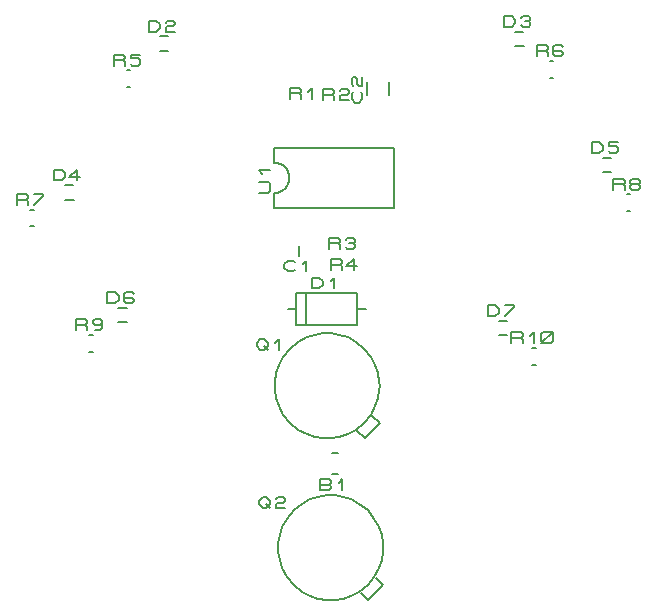
<source format=gbr>
G04 PROTEUS RS274X GERBER FILE*
%FSLAX45Y45*%
%MOMM*%
G01*
%ADD20C,0.203200*%
%ADD21C,0.200000*%
%TD.AperFunction*%
D20*
X+404500Y-3980000D02*
X+403120Y-3945001D01*
X+391921Y-3875001D01*
X+368602Y-3805001D01*
X+330885Y-3735001D01*
X+273619Y-3665003D01*
X+203619Y-3608207D01*
X+133619Y-3570810D01*
X+63619Y-3547746D01*
X-6381Y-3536773D01*
X-40000Y-3535500D01*
X-484500Y-3980000D02*
X-483120Y-3945001D01*
X-471921Y-3875001D01*
X-448602Y-3805001D01*
X-410885Y-3735001D01*
X-353619Y-3665003D01*
X-283619Y-3608207D01*
X-213619Y-3570810D01*
X-143619Y-3547746D01*
X-73619Y-3536773D01*
X-40000Y-3535500D01*
X-484500Y-3980000D02*
X-483120Y-4014999D01*
X-471921Y-4084999D01*
X-448602Y-4154999D01*
X-410885Y-4224999D01*
X-353619Y-4294997D01*
X-283619Y-4351793D01*
X-213619Y-4389190D01*
X-143619Y-4412254D01*
X-73619Y-4423227D01*
X-40000Y-4424500D01*
X+404500Y-3980000D02*
X+403120Y-4014999D01*
X+391921Y-4084999D01*
X+368602Y-4154999D01*
X+330885Y-4224999D01*
X+273619Y-4294997D01*
X+203619Y-4351793D01*
X+133619Y-4389190D01*
X+63619Y-4412254D01*
X-6381Y-4423227D01*
X-40000Y-4424500D01*
X+214000Y-4361000D02*
X+277500Y-4424500D01*
X+404500Y-4297500D01*
X+341000Y-4234000D01*
X-637000Y-3613900D02*
X-605250Y-3583420D01*
X-573500Y-3583420D01*
X-541750Y-3613900D01*
X-541750Y-3644380D01*
X-573500Y-3674860D01*
X-605250Y-3674860D01*
X-637000Y-3644380D01*
X-637000Y-3613900D01*
X-573500Y-3644380D02*
X-541750Y-3674860D01*
X-478250Y-3613900D02*
X-446500Y-3583420D01*
X-446500Y-3674860D01*
X+434500Y-5350000D02*
X+433120Y-5315001D01*
X+421921Y-5245001D01*
X+398602Y-5175001D01*
X+360885Y-5105001D01*
X+303619Y-5035003D01*
X+233619Y-4978207D01*
X+163619Y-4940810D01*
X+93619Y-4917746D01*
X+23619Y-4906773D01*
X-10000Y-4905500D01*
X-454500Y-5350000D02*
X-453120Y-5315001D01*
X-441921Y-5245001D01*
X-418602Y-5175001D01*
X-380885Y-5105001D01*
X-323619Y-5035003D01*
X-253619Y-4978207D01*
X-183619Y-4940810D01*
X-113619Y-4917746D01*
X-43619Y-4906773D01*
X-10000Y-4905500D01*
X-454500Y-5350000D02*
X-453120Y-5384999D01*
X-441921Y-5454999D01*
X-418602Y-5524999D01*
X-380885Y-5594999D01*
X-323619Y-5664997D01*
X-253619Y-5721793D01*
X-183619Y-5759190D01*
X-113619Y-5782254D01*
X-43619Y-5793227D01*
X-10000Y-5794500D01*
X+434500Y-5350000D02*
X+433120Y-5384999D01*
X+421921Y-5454999D01*
X+398602Y-5524999D01*
X+360885Y-5594999D01*
X+303619Y-5664997D01*
X+233619Y-5721793D01*
X+163619Y-5759190D01*
X+93619Y-5782254D01*
X+23619Y-5793227D01*
X-10000Y-5794500D01*
X+244000Y-5731000D02*
X+307500Y-5794500D01*
X+434500Y-5667500D01*
X+371000Y-5604000D01*
X-617000Y-4953900D02*
X-585250Y-4923420D01*
X-553500Y-4923420D01*
X-521750Y-4953900D01*
X-521750Y-4984380D01*
X-553500Y-5014860D01*
X-585250Y-5014860D01*
X-617000Y-4984380D01*
X-617000Y-4953900D01*
X-553500Y-4984380D02*
X-521750Y-5014860D01*
X-474125Y-4938660D02*
X-458250Y-4923420D01*
X-410625Y-4923420D01*
X-394750Y-4938660D01*
X-394750Y-4953900D01*
X-410625Y-4969140D01*
X-458250Y-4969140D01*
X-474125Y-4984380D01*
X-474125Y-5014860D01*
X-394750Y-5014860D01*
X-487000Y-2092000D02*
X-487000Y-1965000D01*
X+529000Y-1965000D01*
X+529000Y-2473000D01*
X-487000Y-2473000D01*
X-487000Y-2346000D01*
X-360000Y-2219000D02*
X-362436Y-2193124D01*
X-369485Y-2169152D01*
X-380762Y-2147562D01*
X-395878Y-2128830D01*
X-414446Y-2113431D01*
X-436081Y-2101842D01*
X-460394Y-2094540D01*
X-487000Y-2092000D01*
X-360000Y-2219000D02*
X-362436Y-2245606D01*
X-369485Y-2269919D01*
X-380762Y-2291554D01*
X-395878Y-2310122D01*
X-414446Y-2325238D01*
X-436081Y-2336515D01*
X-460394Y-2343564D01*
X-487000Y-2346000D01*
X-619080Y-2346000D02*
X-542880Y-2346000D01*
X-527640Y-2330125D01*
X-527640Y-2266625D01*
X-542880Y-2250750D01*
X-619080Y-2250750D01*
X-588600Y-2187250D02*
X-619080Y-2155500D01*
X-527640Y-2155500D01*
X-357000Y-1549520D02*
X-357000Y-1458080D01*
X-277625Y-1458080D01*
X-261750Y-1473320D01*
X-261750Y-1488560D01*
X-277625Y-1503800D01*
X-357000Y-1503800D01*
X-277625Y-1503800D02*
X-261750Y-1519040D01*
X-261750Y-1549520D01*
X-198250Y-1488560D02*
X-166500Y-1458080D01*
X-166500Y-1549520D01*
X-77000Y-1559520D02*
X-77000Y-1468080D01*
X+2375Y-1468080D01*
X+18250Y-1483320D01*
X+18250Y-1498560D01*
X+2375Y-1513800D01*
X-77000Y-1513800D01*
X+2375Y-1513800D02*
X+18250Y-1529040D01*
X+18250Y-1559520D01*
X+65875Y-1483320D02*
X+81750Y-1468080D01*
X+129375Y-1468080D01*
X+145250Y-1483320D01*
X+145250Y-1498560D01*
X+129375Y-1513800D01*
X+81750Y-1513800D01*
X+65875Y-1529040D01*
X+65875Y-1559520D01*
X+145250Y-1559520D01*
X-27000Y-2819520D02*
X-27000Y-2728080D01*
X+52375Y-2728080D01*
X+68250Y-2743320D01*
X+68250Y-2758560D01*
X+52375Y-2773800D01*
X-27000Y-2773800D01*
X+52375Y-2773800D02*
X+68250Y-2789040D01*
X+68250Y-2819520D01*
X+115875Y-2743320D02*
X+131750Y-2728080D01*
X+179375Y-2728080D01*
X+195250Y-2743320D01*
X+195250Y-2758560D01*
X+179375Y-2773800D01*
X+195250Y-2789040D01*
X+195250Y-2804280D01*
X+179375Y-2819520D01*
X+131750Y-2819520D01*
X+115875Y-2804280D01*
X+147625Y-2773800D02*
X+179375Y-2773800D01*
X-7000Y-2999520D02*
X-7000Y-2908080D01*
X+72375Y-2908080D01*
X+88250Y-2923320D01*
X+88250Y-2938560D01*
X+72375Y-2953800D01*
X-7000Y-2953800D01*
X+72375Y-2953800D02*
X+88250Y-2969040D01*
X+88250Y-2999520D01*
X+215250Y-2969040D02*
X+120000Y-2969040D01*
X+183500Y-2908080D01*
X+183500Y-2999520D01*
D21*
X-1735000Y-1450000D02*
X-1705000Y-1450000D01*
X-1735000Y-1310000D02*
X-1705000Y-1310000D01*
D20*
X-1847000Y-1269520D02*
X-1847000Y-1178080D01*
X-1767625Y-1178080D01*
X-1751750Y-1193320D01*
X-1751750Y-1208560D01*
X-1767625Y-1223800D01*
X-1847000Y-1223800D01*
X-1767625Y-1223800D02*
X-1751750Y-1239040D01*
X-1751750Y-1269520D01*
X-1624750Y-1178080D02*
X-1704125Y-1178080D01*
X-1704125Y-1208560D01*
X-1640625Y-1208560D01*
X-1624750Y-1223800D01*
X-1624750Y-1254280D01*
X-1640625Y-1269520D01*
X-1688250Y-1269520D01*
X-1704125Y-1254280D01*
D21*
X+1845000Y-1370000D02*
X+1875000Y-1370000D01*
X+1845000Y-1230000D02*
X+1875000Y-1230000D01*
D20*
X+1733000Y-1189520D02*
X+1733000Y-1098080D01*
X+1812375Y-1098080D01*
X+1828250Y-1113320D01*
X+1828250Y-1128560D01*
X+1812375Y-1143800D01*
X+1733000Y-1143800D01*
X+1812375Y-1143800D02*
X+1828250Y-1159040D01*
X+1828250Y-1189520D01*
X+1955250Y-1113320D02*
X+1939375Y-1098080D01*
X+1891750Y-1098080D01*
X+1875875Y-1113320D01*
X+1875875Y-1174280D01*
X+1891750Y-1189520D01*
X+1939375Y-1189520D01*
X+1955250Y-1174280D01*
X+1955250Y-1159040D01*
X+1939375Y-1143800D01*
X+1875875Y-1143800D01*
D21*
X-2555000Y-2630000D02*
X-2525000Y-2630000D01*
X-2555000Y-2490000D02*
X-2525000Y-2490000D01*
D20*
X-2667000Y-2449520D02*
X-2667000Y-2358080D01*
X-2587625Y-2358080D01*
X-2571750Y-2373320D01*
X-2571750Y-2388560D01*
X-2587625Y-2403800D01*
X-2667000Y-2403800D01*
X-2587625Y-2403800D02*
X-2571750Y-2419040D01*
X-2571750Y-2449520D01*
X-2524125Y-2358080D02*
X-2444750Y-2358080D01*
X-2444750Y-2373320D01*
X-2524125Y-2449520D01*
D21*
X+2495000Y-2500000D02*
X+2525000Y-2500000D01*
X+2495000Y-2360000D02*
X+2525000Y-2360000D01*
D20*
X+2383000Y-2319520D02*
X+2383000Y-2228080D01*
X+2462375Y-2228080D01*
X+2478250Y-2243320D01*
X+2478250Y-2258560D01*
X+2462375Y-2273800D01*
X+2383000Y-2273800D01*
X+2462375Y-2273800D02*
X+2478250Y-2289040D01*
X+2478250Y-2319520D01*
X+2541750Y-2273800D02*
X+2525875Y-2258560D01*
X+2525875Y-2243320D01*
X+2541750Y-2228080D01*
X+2589375Y-2228080D01*
X+2605250Y-2243320D01*
X+2605250Y-2258560D01*
X+2589375Y-2273800D01*
X+2541750Y-2273800D01*
X+2525875Y-2289040D01*
X+2525875Y-2304280D01*
X+2541750Y-2319520D01*
X+2589375Y-2319520D01*
X+2605250Y-2304280D01*
X+2605250Y-2289040D01*
X+2589375Y-2273800D01*
D21*
X-2055000Y-3690000D02*
X-2025000Y-3690000D01*
X-2055000Y-3550000D02*
X-2025000Y-3550000D01*
D20*
X-2167000Y-3509520D02*
X-2167000Y-3418080D01*
X-2087625Y-3418080D01*
X-2071750Y-3433320D01*
X-2071750Y-3448560D01*
X-2087625Y-3463800D01*
X-2167000Y-3463800D01*
X-2087625Y-3463800D02*
X-2071750Y-3479040D01*
X-2071750Y-3509520D01*
X-1944750Y-3448560D02*
X-1960625Y-3463800D01*
X-2008250Y-3463800D01*
X-2024125Y-3448560D01*
X-2024125Y-3433320D01*
X-2008250Y-3418080D01*
X-1960625Y-3418080D01*
X-1944750Y-3433320D01*
X-1944750Y-3494280D01*
X-1960625Y-3509520D01*
X-2008250Y-3509520D01*
D21*
X+1695000Y-3800000D02*
X+1725000Y-3800000D01*
X+1695000Y-3660000D02*
X+1725000Y-3660000D01*
D20*
X+1519500Y-3619520D02*
X+1519500Y-3528080D01*
X+1598875Y-3528080D01*
X+1614750Y-3543320D01*
X+1614750Y-3558560D01*
X+1598875Y-3573800D01*
X+1519500Y-3573800D01*
X+1598875Y-3573800D02*
X+1614750Y-3589040D01*
X+1614750Y-3619520D01*
X+1678250Y-3558560D02*
X+1710000Y-3528080D01*
X+1710000Y-3619520D01*
X+1773500Y-3604280D02*
X+1773500Y-3543320D01*
X+1789375Y-3528080D01*
X+1852875Y-3528080D01*
X+1868750Y-3543320D01*
X+1868750Y-3604280D01*
X+1852875Y-3619520D01*
X+1789375Y-3619520D01*
X+1773500Y-3604280D01*
X+1773500Y-3619520D02*
X+1868750Y-3528080D01*
X-1456340Y-1021580D02*
X-1387760Y-1021580D01*
X-1456340Y-1143500D02*
X-1385220Y-1143500D01*
X-1550320Y-980940D02*
X-1550320Y-889500D01*
X-1486820Y-889500D01*
X-1455070Y-919980D01*
X-1455070Y-950460D01*
X-1486820Y-980940D01*
X-1550320Y-980940D01*
X-1407445Y-904740D02*
X-1391570Y-889500D01*
X-1343945Y-889500D01*
X-1328070Y-904740D01*
X-1328070Y-919980D01*
X-1343945Y-935220D01*
X-1391570Y-935220D01*
X-1407445Y-950460D01*
X-1407445Y-980940D01*
X-1328070Y-980940D01*
X+1553660Y-981580D02*
X+1622240Y-981580D01*
X+1553660Y-1103500D02*
X+1624780Y-1103500D01*
X+1459680Y-940940D02*
X+1459680Y-849500D01*
X+1523180Y-849500D01*
X+1554930Y-879980D01*
X+1554930Y-910460D01*
X+1523180Y-940940D01*
X+1459680Y-940940D01*
X+1602555Y-864740D02*
X+1618430Y-849500D01*
X+1666055Y-849500D01*
X+1681930Y-864740D01*
X+1681930Y-879980D01*
X+1666055Y-895220D01*
X+1681930Y-910460D01*
X+1681930Y-925700D01*
X+1666055Y-940940D01*
X+1618430Y-940940D01*
X+1602555Y-925700D01*
X+1634305Y-895220D02*
X+1666055Y-895220D01*
X-2256340Y-2281580D02*
X-2187760Y-2281580D01*
X-2256340Y-2403500D02*
X-2185220Y-2403500D01*
X-2350320Y-2240940D02*
X-2350320Y-2149500D01*
X-2286820Y-2149500D01*
X-2255070Y-2179980D01*
X-2255070Y-2210460D01*
X-2286820Y-2240940D01*
X-2350320Y-2240940D01*
X-2128070Y-2210460D02*
X-2223320Y-2210460D01*
X-2159820Y-2149500D01*
X-2159820Y-2240940D01*
X+2293660Y-2051580D02*
X+2362240Y-2051580D01*
X+2293660Y-2173500D02*
X+2364780Y-2173500D01*
X+2199680Y-2010940D02*
X+2199680Y-1919500D01*
X+2263180Y-1919500D01*
X+2294930Y-1949980D01*
X+2294930Y-1980460D01*
X+2263180Y-2010940D01*
X+2199680Y-2010940D01*
X+2421930Y-1919500D02*
X+2342555Y-1919500D01*
X+2342555Y-1949980D01*
X+2406055Y-1949980D01*
X+2421930Y-1965220D01*
X+2421930Y-1995700D01*
X+2406055Y-2010940D01*
X+2358430Y-2010940D01*
X+2342555Y-1995700D01*
X-1806340Y-3321580D02*
X-1737760Y-3321580D01*
X-1806340Y-3443500D02*
X-1735220Y-3443500D01*
X-1900320Y-3280940D02*
X-1900320Y-3189500D01*
X-1836820Y-3189500D01*
X-1805070Y-3219980D01*
X-1805070Y-3250460D01*
X-1836820Y-3280940D01*
X-1900320Y-3280940D01*
X-1678070Y-3204740D02*
X-1693945Y-3189500D01*
X-1741570Y-3189500D01*
X-1757445Y-3204740D01*
X-1757445Y-3265700D01*
X-1741570Y-3280940D01*
X-1693945Y-3280940D01*
X-1678070Y-3265700D01*
X-1678070Y-3250460D01*
X-1693945Y-3235220D01*
X-1757445Y-3235220D01*
X+1413660Y-3431580D02*
X+1482240Y-3431580D01*
X+1413660Y-3553500D02*
X+1484780Y-3553500D01*
X+1319680Y-3390940D02*
X+1319680Y-3299500D01*
X+1383180Y-3299500D01*
X+1414930Y-3329980D01*
X+1414930Y-3360460D01*
X+1383180Y-3390940D01*
X+1319680Y-3390940D01*
X+1462555Y-3299500D02*
X+1541930Y-3299500D01*
X+1541930Y-3314740D01*
X+1462555Y-3390940D01*
X+50000Y-4730000D02*
X+0Y-4730000D01*
X+50000Y-4550000D02*
X+0Y-4550000D01*
X-102000Y-4862080D02*
X-102000Y-4770640D01*
X-22625Y-4770640D01*
X-6750Y-4785880D01*
X-6750Y-4801120D01*
X-22625Y-4816360D01*
X-6750Y-4831600D01*
X-6750Y-4846840D01*
X-22625Y-4862080D01*
X-102000Y-4862080D01*
X-102000Y-4816360D02*
X-22625Y-4816360D01*
X+56750Y-4801120D02*
X+88500Y-4770640D01*
X+88500Y-4862080D01*
X-301080Y-3462080D02*
X+217080Y-3462080D01*
X+217080Y-3195380D01*
X-301080Y-3195380D01*
X-301080Y-3462080D01*
X-219800Y-3197920D02*
X-219800Y-3459540D01*
X-372200Y-3330000D02*
X-301080Y-3330000D01*
X+217080Y-3330000D02*
X+288200Y-3330000D01*
X-169000Y-3154740D02*
X-169000Y-3063300D01*
X-105500Y-3063300D01*
X-73750Y-3093780D01*
X-73750Y-3124260D01*
X-105500Y-3154740D01*
X-169000Y-3154740D01*
X-10250Y-3093780D02*
X+21500Y-3063300D01*
X+21500Y-3154740D01*
D21*
X-280000Y-2880000D02*
X-280000Y-2800000D01*
D20*
X-311750Y-2996680D02*
X-327625Y-3011920D01*
X-375250Y-3011920D01*
X-407000Y-2981440D01*
X-407000Y-2950960D01*
X-375250Y-2920480D01*
X-327625Y-2920480D01*
X-311750Y-2935720D01*
X-248250Y-2950960D02*
X-216500Y-2920480D01*
X-216500Y-3011920D01*
D21*
X+480000Y-1515000D02*
X+480000Y-1405000D01*
X+300000Y-1515000D02*
X+300000Y-1405000D01*
D20*
X+244280Y-1491750D02*
X+259520Y-1507625D01*
X+259520Y-1555250D01*
X+229040Y-1587000D01*
X+198560Y-1587000D01*
X+168080Y-1555250D01*
X+168080Y-1507625D01*
X+183320Y-1491750D01*
X+183320Y-1444125D02*
X+168080Y-1428250D01*
X+168080Y-1380625D01*
X+183320Y-1364750D01*
X+198560Y-1364750D01*
X+213800Y-1380625D01*
X+213800Y-1428250D01*
X+229040Y-1444125D01*
X+259520Y-1444125D01*
X+259520Y-1364750D01*
M02*

</source>
